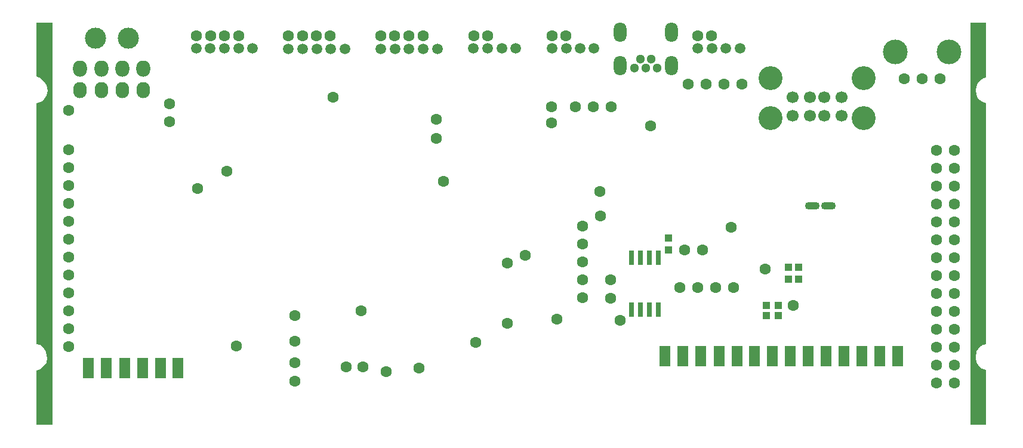
<source format=gbr>
G04 DipTrace 4.1.2.0*
G04 4_Layer_Bottom_Mask.gbr*
%MOIN*%
G04 #@! TF.FileFunction,Soldermask,Bot*
G04 #@! TF.Part,Single*
%ADD46C,0.059055*%
%ADD51C,0.062992*%
%ADD54C,0.051181*%
%ADD83C,0.11811*%
%ADD84C,0.137795*%
%ADD97O,0.074803X0.090551*%
%ADD99O,0.07874X0.090551*%
%ADD103R,0.027559X0.082677*%
%ADD117O,0.070866X0.110236*%
%ADD132R,0.062992X0.11811*%
%ADD134O,0.082677X0.043307*%
%ADD136C,0.062992*%
%ADD139C,0.133858*%
%ADD141C,0.066929*%
%ADD156R,0.038937X0.043937*%
%ADD158R,0.043937X0.038937*%
%FSLAX26Y26*%
G04*
G70*
G90*
G75*
G01*
G04 BotMask*
%LPD*%
D158*
X4271654Y897638D3*
Y830709D3*
D51*
X192913Y453937D3*
Y553937D3*
Y653937D3*
Y753937D3*
Y853937D3*
Y953937D3*
Y1053937D3*
Y1153937D3*
Y1253937D3*
Y1353937D3*
Y1453937D3*
Y1553937D3*
X5140551Y450000D3*
X5040551D3*
X5140551Y550000D3*
X5040551D3*
X5140551Y650000D3*
X5040551D3*
X5140551Y750000D3*
X5040551D3*
X5140551Y850000D3*
X5040551D3*
X5140551Y950000D3*
X5040551D3*
X5140551Y1050000D3*
X5040551D3*
X5140551Y1150000D3*
X5040551D3*
X5140551Y1250000D3*
X5040551D3*
X5140551Y1350000D3*
X5040551D3*
X5140551Y1450000D3*
X5040551D3*
X5140551Y1550000D3*
X5040551D3*
X3606299Y783465D3*
X3706299D3*
X3806299D3*
X3906299D3*
D158*
X4212598Y897638D3*
Y830709D3*
D141*
X4511811Y1846457D3*
X4413386D3*
X4334646D3*
X4236220D3*
Y1743307D3*
X4334646D3*
X4413386D3*
X4511811D3*
D139*
X4632677Y1953150D3*
X4115354D3*
X4632677Y1729528D3*
X4115354D3*
D51*
X3653150Y1921260D3*
X3753150D3*
X3853150D3*
X3953150D3*
X3062992Y726378D3*
Y826378D3*
Y926378D3*
Y1026378D3*
Y1126378D3*
X3633858Y994094D3*
X3733858D3*
X5040551Y250000D3*
Y350000D3*
X5140551Y250000D3*
Y350000D3*
D134*
X4348425Y1242126D3*
D132*
X4824409Y401575D3*
X4724409D3*
X4624409D3*
X4524409D3*
X4424409D3*
X4324409D3*
X4224409D3*
X4124409D3*
X4024409D3*
X3925984D3*
X3827559D3*
X3725197D3*
X3622835D3*
X3524409D3*
X805512Y334646D3*
X707087D3*
X608661D3*
X506299D3*
X403937D3*
X305512D3*
D134*
X4438976Y1242126D3*
D136*
X1838583Y340551D3*
X2149606Y332677D3*
X1968504Y314961D3*
X1744094Y340551D3*
X2891732Y1795276D3*
X2889764Y1702756D3*
X3220472Y826772D3*
Y724409D3*
X1456693Y261811D3*
Y362205D3*
Y484252D3*
Y627953D3*
X1828740Y653543D3*
X3444882Y1687008D3*
X2468504Y478346D3*
X1131890Y458661D3*
X1076772Y1433071D3*
X1669291Y1846457D3*
X2645669Y584646D3*
X907480Y2188976D3*
X986220D3*
X1064961D3*
X1143701D3*
X1421260D3*
X1500000D3*
X1578740D3*
X1655512D3*
X1937008D3*
X2015748D3*
X2094488D3*
X2173228D3*
X2456693D3*
X2535433D3*
X3706693D3*
X2893701D3*
X2972441D3*
X3785433D3*
X915354Y1338583D3*
X2248031Y1616142D3*
Y1722441D3*
X755906Y1811024D3*
Y1710630D3*
X192913Y1773622D3*
X3895669Y1120079D3*
X2744094Y962598D3*
X3165354Y1183071D3*
X2643701Y921260D3*
X3161417Y1320866D3*
X4084646Y887795D3*
X2287402Y1375984D3*
X2921260Y606299D3*
X4242126Y685039D3*
X3275591Y600394D3*
D158*
X3545276Y1061024D3*
Y994094D3*
D156*
X4090551Y685039D3*
X4157480D3*
X4090551Y625984D3*
X4157480D3*
D51*
X3023622Y1795276D3*
X3123622D3*
X3223622D3*
D54*
X3480315Y2011811D3*
X3448819Y2059055D3*
X3417323Y2011811D3*
X3385827Y2059055D3*
X3354331Y2011811D3*
D117*
X3561024Y2210630D3*
X3273622D3*
Y2023622D3*
X3561024D3*
D46*
X3943795Y2121063D3*
X3865055D3*
X3707575D3*
X3787529D3*
X1221354Y2120093D3*
X1142614D3*
X1063874D3*
X985134D3*
X906394D3*
X2691827Y2120079D3*
X2613087D3*
X2455606D3*
X2535560D3*
X3128835D3*
X3050094D3*
X2892614D3*
X2972568D3*
X2252850Y2118110D3*
X2174110D3*
X2095370D3*
X2016630D3*
X1937890D3*
X1737102Y2117810D3*
X1658362D3*
X1579622D3*
X1500882D3*
X1422142D3*
D103*
X3486220Y659449D3*
X3436220D3*
X3386220D3*
X3336220D3*
Y950787D3*
X3386220D3*
X3436220D3*
X3486220D3*
D99*
X257874Y2005906D3*
X375984D3*
X494094D3*
X612205D3*
D97*
Y1887795D3*
X494094D3*
X375984D3*
X257874D3*
D83*
X527559Y2175984D3*
X342520Y2177165D3*
D51*
X4860236Y1950787D3*
X4960236D3*
X5060236D3*
D84*
X4810236Y2100787D3*
X5110236D3*
G36*
X104331Y15748D2*
X15748D1*
Y320866D1*
X35433Y328740D1*
X55118Y342520D1*
X70866Y364173D1*
X74803Y391732D1*
X68898Y423228D1*
X53150Y446850D1*
X37402Y462598D1*
X15748Y468504D1*
Y1812992D1*
X43307Y1822835D1*
X57087Y1836614D1*
X70866Y1858268D1*
X76772Y1883858D1*
X70866Y1913386D1*
X59055Y1935039D1*
X37402Y1952756D1*
X15748Y1962598D1*
Y2263780D1*
X104331D1*
Y15748D1*
G37*
G36*
X5230315D2*
X5318898D1*
Y322835D1*
X5295276Y330709D1*
X5277559Y344488D1*
X5265748Y368110D1*
X5259843Y389764D1*
X5265748Y427165D1*
X5285433Y452756D1*
X5301181Y462598D1*
X5318898Y466535D1*
Y1814961D1*
X5299213Y1818898D1*
X5283465Y1830709D1*
X5271654Y1844488D1*
X5263780Y1864173D1*
X5259843Y1885827D1*
X5263780Y1907480D1*
X5273622Y1929134D1*
X5287402Y1942913D1*
X5303150Y1952756D1*
X5318898Y1958661D1*
Y2263780D1*
X5230315D1*
Y15748D1*
G37*
M02*

</source>
